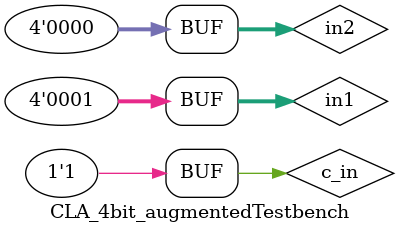
<source format=v>
`timescale 1ns / 1ps

/*
    Assignment Number: 3
    Problem Number: 2 Carry Look-ahead Adder
    Semester Number: 5
    Group Number:22 
    Group Members: Nikhil Saraswat(20CS10039), Amit Kumar (20CS10039)
*/
//////////////////////////////////////////////////////////////////////////////////

module CLA_4bit_augmentedTestbench;
	// Outputs
	wire p,g;
	wire [3:0] sum;
	
	// Inputs
	reg c_in;
	reg [3:0] in1,in2;


	// Instantiate the Unit Under Test (UUT)
	CLA_4bit_augmented uut (
		.in1(in1), 
		.in2(in2), 
		.c_in(c_in), 
		.sum(sum), 
		.p(p), 
		.g(g)
	);

	initial begin
		$monitor ("in1 = %d, in2 = %d, c_in = %d, p = %d, g = %d, sum = %d", in1, in2, c_in, p, g, sum);
		// Initialize Inputs
		in1 = 4'b0100; in2 = 4'b0100; c_in = 0;
		#100;
		in1 = 4'd0100; in2 = 4'b1100; c_in = 0;
		#100;
		in1 = 4'd1000; in2 = 4'b0111; c_in = 1;
		#100;
		in1 = 4'b0011; in2 = 4'b0010; c_in = 1;
		#100;
		in1 = 4'b0001; in2 = 4'b0000; c_in = 1;
	end
      
endmodule
</source>
